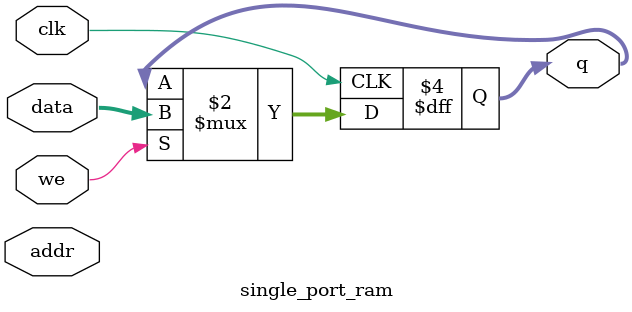
<source format=v>
module single_port_ram (
    input [7:0] data,
    input [5:0] addr,
    input we,
    input clk,
    output reg [7:0] q
);
    always @(posedge clk) begin
        if (we) begin
            q <= data;
        end
    end
endmodule
</source>
